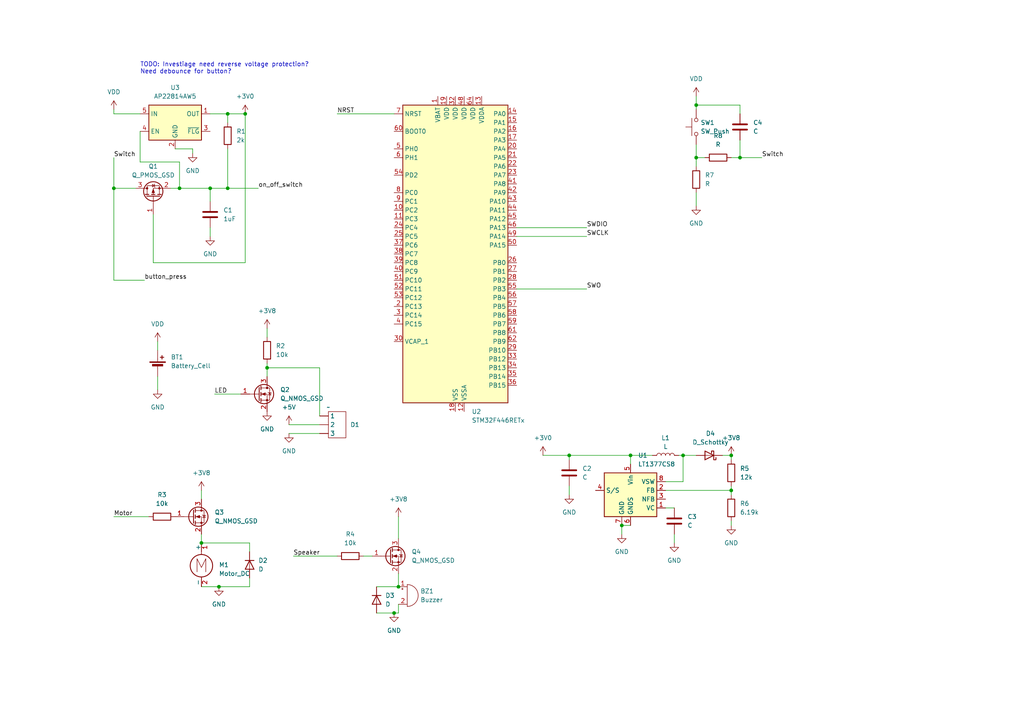
<source format=kicad_sch>
(kicad_sch (version 20230121) (generator eeschema)
  (paper "A4")
  (lib_symbols
    (symbol "Device:Battery_Cell" (pin_numbers hide) (pin_names (offset 0) hide)
      (property "Reference" "BT" (at 2.54 2.54 0))
      (property "Value" "Battery_Cell" (at 2.54 0 0))
      (symbol "Battery_Cell_0_1"
        (rectangle (start -2.286 1.778) (end 2.286 1.524) (fill (type outline)))
        (rectangle (start -1.524 1.016) (end 1.524 0.508) (fill (type outline)))
        (polyline (pts (xy 0 0.762) (xy 0 0)))
        (polyline (pts (xy 0 1.778) (xy 0 2.54)))
        (polyline (pts (xy 0.762 3.048) (xy 1.778 3.048)) (stroke (width 0.254)))
        (polyline (pts (xy 1.27 3.556) (xy 1.27 2.54)) (stroke (width 0.254)))
      )
      (symbol "Battery_Cell_1_1"
        (pin passive line (at 0 5.08 270) (length 2.54) (name "+") (number "1"))
        (pin passive line (at 0 -2.54 90) (length 2.54) (name "-") (number "2"))
      )
    )
    (symbol "Device:Buzzer" (pin_names (offset 0.0254) hide)
      (property "Reference" "BZ" (at 3.81 1.27 0))
      (property "Value" "Buzzer" (at 3.81 -1.27 0))
      (symbol "Buzzer_0_1"
        (arc (start 0 -3.175) (mid 3.1612 0) (end 0 3.175))
        (polyline (pts (xy -1.651 1.905) (xy -1.143 1.905)))
        (polyline (pts (xy -1.397 2.159) (xy -1.397 1.651)))
        (polyline (pts (xy 0 3.175) (xy 0 -3.175)))
      )
      (symbol "Buzzer_1_1"
        (pin passive line (at -2.54 2.54 0) (length 2.54) (name "-") (number "1"))
        (pin passive line (at -2.54 -2.54 0) (length 2.54) (name "+") (number "2"))
      )
    )
    (symbol "Device:C" (pin_numbers hide) (pin_names (offset 0.254))
      (property "Reference" "C" (at 0.635 2.54 0))
      (property "Value" "C" (at 0.635 -2.54 0))
      (symbol "C_0_1"
        (polyline (pts (xy -2.032 -0.762) (xy 2.032 -0.762)) (stroke (width 0.508)))
        (polyline (pts (xy -2.032 0.762) (xy 2.032 0.762)) (stroke (width 0.508)))
      )
      (symbol "C_1_1"
        (pin passive line (at 0 3.81 270) (length 2.794) (name "~") (number "1"))
        (pin passive line (at 0 -3.81 90) (length 2.794) (name "~") (number "2"))
      )
    )
    (symbol "Device:D" (pin_numbers hide) (pin_names (offset 1.016) hide)
      (property "Reference" "D" (at 0 2.54 0))
      (property "Value" "D" (at 0 -2.54 0))
      (symbol "D_0_1"
        (polyline (pts (xy -1.27 1.27) (xy -1.27 -1.27)) (stroke (width 0.254)))
        (polyline (pts (xy 1.27 0) (xy -1.27 0)))
        (polyline (pts (xy 1.27 1.27) (xy 1.27 -1.27) (xy -1.27 0) (xy 1.27 1.27)) (stroke (width 0.254)))
      )
      (symbol "D_1_1"
        (pin passive line (at -3.81 0 0) (length 2.54) (name "K") (number "1"))
        (pin passive line (at 3.81 0 180) (length 2.54) (name "A") (number "2"))
      )
    )
    (symbol "Device:D_Schottky" (pin_numbers hide) (pin_names (offset 1.016) hide)
      (property "Reference" "D" (at 0 2.54 0))
      (property "Value" "D_Schottky" (at 0 -2.54 0))
      (symbol "D_Schottky_0_1"
        (polyline (pts (xy 1.27 0) (xy -1.27 0)))
        (polyline (pts (xy 1.27 1.27) (xy 1.27 -1.27) (xy -1.27 0) (xy 1.27 1.27)) (stroke (width 0.254)))
        (polyline (pts (xy -1.905 0.635) (xy -1.905 1.27) (xy -1.27 1.27) (xy -1.27 -1.27) (xy -0.635 -1.27) (xy -0.635 -0.635)) (stroke (width 0.254)))
      )
      (symbol "D_Schottky_1_1"
        (pin passive line (at -3.81 0 0) (length 2.54) (name "K") (number "1"))
        (pin passive line (at 3.81 0 180) (length 2.54) (name "A") (number "2"))
      )
    )
    (symbol "Device:L" (pin_numbers hide) (pin_names (offset 1.016) hide)
      (property "Reference" "L" (at -1.27 0 90))
      (property "Value" "L" (at 1.905 0 90))
      (symbol "L_0_1"
        (arc (start 0 -2.54) (mid 0.6323 -1.905) (end 0 -1.27))
        (arc (start 0 -1.27) (mid 0.6323 -0.635) (end 0 0))
        (arc (start 0 0) (mid 0.6323 0.635) (end 0 1.27))
        (arc (start 0 1.27) (mid 0.6323 1.905) (end 0 2.54))
      )
      (symbol "L_1_1"
        (pin passive line (at 0 3.81 270) (length 1.27) (name "1") (number "1"))
        (pin passive line (at 0 -3.81 90) (length 1.27) (name "2") (number "2"))
      )
    )
    (symbol "Device:Q_NMOS_GSD" (pin_names (offset 0) hide)
      (property "Reference" "Q" (at 5.08 1.27 0))
      (property "Value" "Q_NMOS_GSD" (at 5.08 -1.27 0))
      (symbol "Q_NMOS_GSD_0_1"
        (polyline (pts (xy 0.254 0) (xy -2.54 0)))
        (polyline (pts (xy 0.254 1.905) (xy 0.254 -1.905)) (stroke (width 0.254)))
        (polyline (pts (xy 0.762 -1.27) (xy 0.762 -2.286)) (stroke (width 0.254)))
        (polyline (pts (xy 0.762 0.508) (xy 0.762 -0.508)) (stroke (width 0.254)))
        (polyline (pts (xy 0.762 2.286) (xy 0.762 1.27)) (stroke (width 0.254)))
        (polyline (pts (xy 2.54 2.54) (xy 2.54 1.778)))
        (polyline (pts (xy 2.54 -2.54) (xy 2.54 0) (xy 0.762 0)))
        (polyline (pts (xy 0.762 -1.778) (xy 3.302 -1.778) (xy 3.302 1.778) (xy 0.762 1.778)))
        (polyline (pts (xy 1.016 0) (xy 2.032 0.381) (xy 2.032 -0.381) (xy 1.016 0)) (fill (type outline)))
        (polyline (pts (xy 2.794 0.508) (xy 2.921 0.381) (xy 3.683 0.381) (xy 3.81 0.254)))
        (polyline (pts (xy 3.302 0.381) (xy 2.921 -0.254) (xy 3.683 -0.254) (xy 3.302 0.381)))
        (circle (center 1.651 0) (radius 2.794) (stroke (width 0.254)))
        (circle (center 2.54 -1.778) (radius 0.254) (fill (type outline)))
        (circle (center 2.54 1.778) (radius 0.254) (fill (type outline)))
      )
      (symbol "Q_NMOS_GSD_1_1"
        (pin input line (at -5.08 0 0) (length 2.54) (name "G") (number "1"))
        (pin passive line (at 2.54 -5.08 90) (length 2.54) (name "S") (number "2"))
        (pin passive line (at 2.54 5.08 270) (length 2.54) (name "D") (number "3"))
      )
    )
    (symbol "Device:Q_PMOS_GSD" (pin_names (offset 0) hide)
      (property "Reference" "Q" (at 5.08 1.27 0))
      (property "Value" "Q_PMOS_GSD" (at 5.08 -1.27 0))
      (symbol "Q_PMOS_GSD_0_1"
        (polyline (pts (xy 0.254 0) (xy -2.54 0)))
        (polyline (pts (xy 0.254 1.905) (xy 0.254 -1.905)) (stroke (width 0.254)))
        (polyline (pts (xy 0.762 -1.27) (xy 0.762 -2.286)) (stroke (width 0.254)))
        (polyline (pts (xy 0.762 0.508) (xy 0.762 -0.508)) (stroke (width 0.254)))
        (polyline (pts (xy 0.762 2.286) (xy 0.762 1.27)) (stroke (width 0.254)))
        (polyline (pts (xy 2.54 2.54) (xy 2.54 1.778)))
        (polyline (pts (xy 2.54 -2.54) (xy 2.54 0) (xy 0.762 0)))
        (polyline (pts (xy 0.762 1.778) (xy 3.302 1.778) (xy 3.302 -1.778) (xy 0.762 -1.778)))
        (polyline (pts (xy 2.286 0) (xy 1.27 0.381) (xy 1.27 -0.381) (xy 2.286 0)) (fill (type outline)))
        (polyline (pts (xy 2.794 -0.508) (xy 2.921 -0.381) (xy 3.683 -0.381) (xy 3.81 -0.254)))
        (polyline (pts (xy 3.302 -0.381) (xy 2.921 0.254) (xy 3.683 0.254) (xy 3.302 -0.381)))
        (circle (center 1.651 0) (radius 2.794) (stroke (width 0.254)))
        (circle (center 2.54 -1.778) (radius 0.254) (fill (type outline)))
        (circle (center 2.54 1.778) (radius 0.254) (fill (type outline)))
      )
      (symbol "Q_PMOS_GSD_1_1"
        (pin input line (at -5.08 0 0) (length 2.54) (name "G") (number "1"))
        (pin passive line (at 2.54 -5.08 90) (length 2.54) (name "S") (number "2"))
        (pin passive line (at 2.54 5.08 270) (length 2.54) (name "D") (number "3"))
      )
    )
    (symbol "Device:R" (pin_numbers hide) (pin_names (offset 0))
      (property "Reference" "R" (at 2.032 0 90))
      (property "Value" "R" (at 0 0 90))
      (symbol "R_0_1"
        (rectangle (start -1.016 -2.54) (end 1.016 2.54) (stroke (width 0.254)))
      )
      (symbol "R_1_1"
        (pin passive line (at 0 3.81 270) (length 1.27) (name "~") (number "1"))
        (pin passive line (at 0 -3.81 90) (length 1.27) (name "~") (number "2"))
      )
    )
    (symbol "LED:Neopixel_JST"
      (property "Reference" "D" (at 0 0 0))
      (symbol "Neopixel_JST_0_1"
        (rectangle (start 0 -1.27) (end 5.08 -8.89))
      )
      (symbol "Neopixel_JST_1_1"
        (pin input line (at -2.54 -2.54 0) (length 2.54) (name "1") (number ""))
        (pin power_in line (at -2.54 -5.08 0) (length 2.54) (name "2") (number ""))
        (pin power_in line (at -2.54 -7.62 0) (length 2.54) (name "3") (number ""))
      )
    )
    (symbol "MCU_ST_STM32F4:STM32F446RETx"
      (property "Reference" "U" (at -15.24 44.45 0))
      (property "Value" "STM32F446RETx" (at 10.16 44.45 0))
      (symbol "STM32F446RETx_0_1"
        (rectangle (start -15.24 -43.18) (end 15.24 43.18) (stroke (width 0.254)) (fill (type background)))
      )
      (symbol "STM32F446RETx_1_1"
        (pin power_in line (at -5.08 45.72 270) (length 2.54) (name "VBAT") (number "1"))
        (pin bidirectional line (at -17.78 12.7 0) (length 2.54) (name "PC2") (number "10"))
        (pin bidirectional line (at -17.78 10.16 0) (length 2.54) (name "PC3") (number "11"))
        (pin power_in line (at 2.54 -45.72 90) (length 2.54) (name "VSSA") (number "12"))
        (pin power_in line (at 7.62 45.72 270) (length 2.54) (name "VDDA") (number "13"))
        (pin bidirectional line (at 17.78 40.64 180) (length 2.54) (name "PA0") (number "14"))
        (pin bidirectional line (at 17.78 38.1 180) (length 2.54) (name "PA1") (number "15"))
        (pin bidirectional line (at 17.78 35.56 180) (length 2.54) (name "PA2") (number "16"))
        (pin bidirectional line (at 17.78 33.02 180) (length 2.54) (name "PA3") (number "17"))
        (pin power_in line (at 0 -45.72 90) (length 2.54) (name "VSS") (number "18"))
        (pin power_in line (at -2.54 45.72 270) (length 2.54) (name "VDD") (number "19"))
        (pin bidirectional line (at -17.78 -15.24 0) (length 2.54) (name "PC13") (number "2"))
        (pin bidirectional line (at 17.78 30.48 180) (length 2.54) (name "PA4") (number "20"))
        (pin bidirectional line (at 17.78 27.94 180) (length 2.54) (name "PA5") (number "21"))
        (pin bidirectional line (at 17.78 25.4 180) (length 2.54) (name "PA6") (number "22"))
        (pin bidirectional line (at 17.78 22.86 180) (length 2.54) (name "PA7") (number "23"))
        (pin bidirectional line (at -17.78 7.62 0) (length 2.54) (name "PC4") (number "24"))
        (pin bidirectional line (at -17.78 5.08 0) (length 2.54) (name "PC5") (number "25"))
        (pin bidirectional line (at 17.78 -2.54 180) (length 2.54) (name "PB0") (number "26"))
        (pin bidirectional line (at 17.78 -5.08 180) (length 2.54) (name "PB1") (number "27"))
        (pin bidirectional line (at 17.78 -7.62 180) (length 2.54) (name "PB2") (number "28"))
        (pin bidirectional line (at 17.78 -27.94 180) (length 2.54) (name "PB10") (number "29"))
        (pin bidirectional line (at -17.78 -17.78 0) (length 2.54) (name "PC14") (number "3"))
        (pin power_out line (at -17.78 -25.4 0) (length 2.54) (name "VCAP_1") (number "30"))
        (pin passive line (at 0 -45.72 90) (length 2.54) hide (name "VSS") (number "31"))
        (pin power_in line (at 0 45.72 270) (length 2.54) (name "VDD") (number "32"))
        (pin bidirectional line (at 17.78 -30.48 180) (length 2.54) (name "PB12") (number "33"))
        (pin bidirectional line (at 17.78 -33.02 180) (length 2.54) (name "PB13") (number "34"))
        (pin bidirectional line (at 17.78 -35.56 180) (length 2.54) (name "PB14") (number "35"))
        (pin bidirectional line (at 17.78 -38.1 180) (length 2.54) (name "PB15") (number "36"))
        (pin bidirectional line (at -17.78 2.54 0) (length 2.54) (name "PC6") (number "37"))
        (pin bidirectional line (at -17.78 0 0) (length 2.54) (name "PC7") (number "38"))
        (pin bidirectional line (at -17.78 -2.54 0) (length 2.54) (name "PC8") (number "39"))
        (pin bidirectional line (at -17.78 -20.32 0) (length 2.54) (name "PC15") (number "4"))
        (pin bidirectional line (at -17.78 -5.08 0) (length 2.54) (name "PC9") (number "40"))
        (pin bidirectional line (at 17.78 20.32 180) (length 2.54) (name "PA8") (number "41"))
        (pin bidirectional line (at 17.78 17.78 180) (length 2.54) (name "PA9") (number "42"))
        (pin bidirectional line (at 17.78 15.24 180) (length 2.54) (name "PA10") (number "43"))
        (pin bidirectional line (at 17.78 12.7 180) (length 2.54) (name "PA11") (number "44"))
        (pin bidirectional line (at 17.78 10.16 180) (length 2.54) (name "PA12") (number "45"))
        (pin bidirectional line (at 17.78 7.62 180) (length 2.54) (name "PA13") (number "46"))
        (pin passive line (at 0 -45.72 90) (length 2.54) hide (name "VSS") (number "47"))
        (pin power_in line (at 2.54 45.72 270) (length 2.54) (name "VDD") (number "48"))
        (pin bidirectional line (at 17.78 5.08 180) (length 2.54) (name "PA14") (number "49"))
        (pin bidirectional line (at -17.78 30.48 0) (length 2.54) (name "PH0") (number "5"))
        (pin bidirectional line (at 17.78 2.54 180) (length 2.54) (name "PA15") (number "50"))
        (pin bidirectional line (at -17.78 -7.62 0) (length 2.54) (name "PC10") (number "51"))
        (pin bidirectional line (at -17.78 -10.16 0) (length 2.54) (name "PC11") (number "52"))
        (pin bidirectional line (at -17.78 -12.7 0) (length 2.54) (name "PC12") (number "53"))
        (pin bidirectional line (at -17.78 22.86 0) (length 2.54) (name "PD2") (number "54"))
        (pin bidirectional line (at 17.78 -10.16 180) (length 2.54) (name "PB3") (number "55"))
        (pin bidirectional line (at 17.78 -12.7 180) (length 2.54) (name "PB4") (number "56"))
        (pin bidirectional line (at 17.78 -15.24 180) (length 2.54) (name "PB5") (number "57"))
        (pin bidirectional line (at 17.78 -17.78 180) (length 2.54) (name "PB6") (number "58"))
        (pin bidirectional line (at 17.78 -20.32 180) (length 2.54) (name "PB7") (number "59"))
        (pin bidirectional line (at -17.78 27.94 0) (length 2.54) (name "PH1") (number "6"))
        (pin input line (at -17.78 35.56 0) (length 2.54) (name "BOOT0") (number "60"))
        (pin bidirectional line (at 17.78 -22.86 180) (length 2.54) (name "PB8") (number "61"))
        (pin bidirectional line (at 17.78 -25.4 180) (length 2.54) (name "PB9") (number "62"))
        (pin passive line (at 0 -45.72 90) (length 2.54) hide (name "VSS") (number "63"))
        (pin power_in line (at 5.08 45.72 270) (length 2.54) (name "VDD") (number "64"))
        (pin input line (at -17.78 40.64 0) (length 2.54) (name "NRST") (number "7"))
        (pin bidirectional line (at -17.78 17.78 0) (length 2.54) (name "PC0") (number "8"))
        (pin bidirectional line (at -17.78 15.24 0) (length 2.54) (name "PC1") (number "9"))
      )
    )
    (symbol "Motor:Motor_DC" (pin_names (offset 0))
      (property "Reference" "M" (at 2.54 2.54 0))
      (property "Value" "Motor_DC" (at 2.54 -5.08 0))
      (symbol "Motor_DC_0_0"
        (polyline (pts (xy -1.27 -3.302) (xy -1.27 0.508) (xy 0 -2.032) (xy 1.27 0.508) (xy 1.27 -3.302)))
      )
      (symbol "Motor_DC_0_1"
        (circle (center 0 -1.524) (radius 3.2512) (stroke (width 0.254)))
        (polyline (pts (xy 0 -7.62) (xy 0 -7.112)))
        (polyline (pts (xy 0 -4.7752) (xy 0 -5.1816)))
        (polyline (pts (xy 0 1.7272) (xy 0 2.0828)))
        (polyline (pts (xy 0 2.032) (xy 0 2.54)))
      )
      (symbol "Motor_DC_1_1"
        (pin passive line (at 0 5.08 270) (length 2.54) (name "+") (number "1"))
        (pin passive line (at 0 -7.62 90) (length 2.54) (name "-") (number "2"))
      )
    )
    (symbol "Power_Management:AP22814AW5"
      (property "Reference" "U" (at -7.62 -6.35 0))
      (property "Value" "AP22814AW5" (at -7.62 6.35 0))
      (symbol "AP22814AW5_0_1"
        (rectangle (start -7.62 5.08) (end 7.62 -5.08) (stroke (width 0.254)) (fill (type background)))
      )
      (symbol "AP22814AW5_1_1"
        (pin power_out line (at 10.16 2.54 180) (length 2.54) (name "OUT") (number "1"))
        (pin power_in line (at 0 -7.62 90) (length 2.54) (name "GND") (number "2"))
        (pin open_collector line (at 10.16 -2.54 180) (length 2.54) (name "~{FLG}") (number "3"))
        (pin input line (at -10.16 -2.54 0) (length 2.54) (name "EN") (number "4"))
        (pin power_in line (at -10.16 2.54 0) (length 2.54) (name "IN") (number "5"))
      )
    )
    (symbol "Regulator_Switching:LT1377CS8"
      (property "Reference" "U" (at -6.35 8.89 0))
      (property "Value" "LT1377CS8" (at 1.27 8.89 0))
      (symbol "LT1377CS8_0_1"
        (rectangle (start -7.62 7.62) (end 7.62 -5.08) (stroke (width 0.254)) (fill (type background)))
      )
      (symbol "LT1377CS8_1_1"
        (pin passive line (at 10.16 -2.54 180) (length 2.54) (name "VC") (number "1"))
        (pin passive line (at 10.16 2.54 180) (length 2.54) (name "FB") (number "2"))
        (pin input line (at 10.16 0 180) (length 2.54) (name "NFB") (number "3"))
        (pin input line (at -10.16 2.54 0) (length 2.54) (name "S/S") (number "4"))
        (pin power_in line (at 0 10.16 270) (length 2.54) (name "Vin") (number "5"))
        (pin power_in line (at 0 -7.62 90) (length 2.54) (name "GNDS") (number "6"))
        (pin power_in line (at -2.54 -7.62 90) (length 2.54) (name "GND") (number "7"))
        (pin output line (at 10.16 5.08 180) (length 2.54) (name "VSW") (number "8"))
      )
    )
    (symbol "Switch:SW_Push" (pin_numbers hide) (pin_names (offset 1.016) hide)
      (property "Reference" "SW" (at 1.27 2.54 0))
      (property "Value" "SW_Push" (at 0 -1.524 0))
      (symbol "SW_Push_0_1"
        (circle (center -2.032 0) (radius 0.508))
        (polyline (pts (xy 0 1.27) (xy 0 3.048)))
        (polyline (pts (xy 2.54 1.27) (xy -2.54 1.27)))
        (circle (center 2.032 0) (radius 0.508))
        (pin passive line (at -5.08 0 0) (length 2.54) (name "1") (number "1"))
        (pin passive line (at 5.08 0 180) (length 2.54) (name "2") (number "2"))
      )
    )
    (symbol "power:+3V0" (power) (pin_names (offset 0))
      (property "Value" "+3V0" (at 0 3.556 0))
      (symbol "+3V0_0_1"
        (polyline (pts (xy -0.762 1.27) (xy 0 2.54)))
        (polyline (pts (xy 0 0) (xy 0 2.54)))
        (polyline (pts (xy 0 2.54) (xy 0.762 1.27)))
      )
      (symbol "+3V0_1_1"
        (pin power_in line (at 0 0 90) (length 0) hide (name "+3V0") (number "1"))
      )
    )
    (symbol "power:+3V8" (power) (pin_names (offset 0))
      (property "Value" "+3V8" (at 0 3.556 0))
      (symbol "+3V8_0_1"
        (polyline (pts (xy -0.762 1.27) (xy 0 2.54)))
        (polyline (pts (xy 0 0) (xy 0 2.54)))
        (polyline (pts (xy 0 2.54) (xy 0.762 1.27)))
      )
      (symbol "+3V8_1_1"
        (pin power_in line (at 0 0 90) (length 0) hide (name "+3V8") (number "1"))
      )
    )
    (symbol "power:+5V" (power) (pin_names (offset 0))
      (property "Value" "+5V" (at 0 3.556 0))
      (symbol "+5V_0_1"
        (polyline (pts (xy -0.762 1.27) (xy 0 2.54)))
        (polyline (pts (xy 0 0) (xy 0 2.54)))
        (polyline (pts (xy 0 2.54) (xy 0.762 1.27)))
      )
      (symbol "+5V_1_1"
        (pin power_in line (at 0 0 90) (length 0) hide (name "+5V") (number "1"))
      )
    )
    (symbol "power:GND" (power) (pin_names (offset 0))
      (property "Value" "GND" (at 0 -3.81 0))
      (symbol "GND_0_1"
        (polyline (pts (xy 0 0) (xy 0 -1.27) (xy 1.27 -1.27) (xy 0 -2.54) (xy -1.27 -1.27) (xy 0 -1.27)))
      )
      (symbol "GND_1_1"
        (pin power_in line (at 0 0 270) (length 0) hide (name "GND") (number "1"))
      )
    )
    (symbol "power:VDD" (power) (pin_names (offset 0))
      (property "Value" "VDD" (at 0 3.81 0))
      (symbol "VDD_0_1"
        (polyline (pts (xy -0.762 1.27) (xy 0 2.54)))
        (polyline (pts (xy 0 0) (xy 0 2.54)))
        (polyline (pts (xy 0 2.54) (xy 0.762 1.27)))
      )
      (symbol "VDD_1_1"
        (pin power_in line (at 0 0 90) (length 0) hide (name "VDD") (number "1"))
      )
    )
  )
  (junction (at 212.09 132.08))
  (junction (at 58.42 157.48))
  (junction (at 33.02 54.61))
  (junction (at 198.12 132.08))
  (junction (at 165.1 132.08))
  (junction (at 77.47 106.68))
  (junction (at 52.07 54.61))
  (junction (at 71.12 33.02))
  (junction (at 114.3 177.8))
  (junction (at 115.57 170.18))
  (junction (at 66.04 54.61))
  (junction (at 180.34 152.4))
  (junction (at 182.88 132.08))
  (junction (at 63.5 170.18))
  (junction (at 66.04 33.02))
  (junction (at 212.09 142.24))
  (junction (at 60.96 54.61))
  (junction (at 201.93 45.72))
  (junction (at 201.93 30.48))
  (junction (at 214.63 45.72))
  (wire (pts (xy 182.88 132.08) (xy 165.1 132.08)))
  (wire (pts (xy 40.64 38.1) (xy 40.64 46.99)))
  (wire (pts (xy 115.57 166.37) (xy 115.57 170.18)))
  (wire (pts (xy 77.47 106.68) (xy 92.71 106.68)))
  (wire (pts (xy 212.09 142.24) (xy 212.09 143.51)))
  (wire (pts (xy 60.96 58.42) (xy 60.96 54.61)))
  (wire (pts (xy 157.48 132.08) (xy 165.1 132.08)))
  (wire (pts (xy 60.96 68.58) (xy 60.96 66.04)))
  (wire (pts (xy 33.02 54.61) (xy 39.37 54.61)))
  (wire (pts (xy 44.45 76.2) (xy 71.12 76.2)))
  (wire (pts (xy 198.12 132.08) (xy 201.93 132.08)))
  (wire (pts (xy 182.88 132.08) (xy 182.88 134.62)))
  (wire (pts (xy 180.34 152.4) (xy 182.88 152.4)))
  (wire (pts (xy 92.71 106.68) (xy 92.71 120.65)))
  (wire (pts (xy 33.02 149.86) (xy 43.18 149.86)))
  (wire (pts (xy 45.72 99.06) (xy 45.72 101.6)))
  (wire (pts (xy 149.86 68.58) (xy 170.18 68.58)))
  (wire (pts (xy 212.09 45.72) (xy 214.63 45.72)))
  (wire (pts (xy 212.09 152.4) (xy 212.09 151.13)))
  (wire (pts (xy 105.41 161.29) (xy 107.95 161.29)))
  (wire (pts (xy 77.47 97.79) (xy 77.47 95.25)))
  (wire (pts (xy 198.12 139.7) (xy 198.12 132.08)))
  (wire (pts (xy 115.57 149.86) (xy 115.57 156.21)))
  (wire (pts (xy 63.5 170.18) (xy 58.42 170.18)))
  (wire (pts (xy 195.58 157.48) (xy 195.58 154.94)))
  (wire (pts (xy 212.09 132.08) (xy 209.55 132.08)))
  (wire (pts (xy 62.23 114.3) (xy 69.85 114.3)))
  (wire (pts (xy 66.04 54.61) (xy 74.93 54.61)))
  (wire (pts (xy 214.63 30.48) (xy 201.93 30.48)))
  (wire (pts (xy 72.39 170.18) (xy 63.5 170.18)))
  (wire (pts (xy 71.12 33.02) (xy 66.04 33.02)))
  (wire (pts (xy 193.04 142.24) (xy 212.09 142.24)))
  (wire (pts (xy 214.63 33.02) (xy 214.63 30.48)))
  (wire (pts (xy 201.93 41.91) (xy 201.93 45.72)))
  (wire (pts (xy 180.34 154.94) (xy 180.34 152.4)))
  (wire (pts (xy 109.22 170.18) (xy 115.57 170.18)))
  (wire (pts (xy 33.02 54.61) (xy 33.02 81.28)))
  (wire (pts (xy 45.72 113.03) (xy 45.72 109.22)))
  (wire (pts (xy 195.58 147.32) (xy 193.04 147.32)))
  (wire (pts (xy 33.02 33.02) (xy 40.64 33.02)))
  (wire (pts (xy 40.64 46.99) (xy 52.07 46.99)))
  (wire (pts (xy 115.57 177.8) (xy 115.57 175.26)))
  (wire (pts (xy 201.93 45.72) (xy 201.93 48.26)))
  (wire (pts (xy 189.23 132.08) (xy 182.88 132.08)))
  (wire (pts (xy 66.04 43.18) (xy 66.04 54.61)))
  (wire (pts (xy 60.96 33.02) (xy 66.04 33.02)))
  (wire (pts (xy 201.93 30.48) (xy 201.93 31.75)))
  (wire (pts (xy 33.02 81.28) (xy 41.91 81.28)))
  (wire (pts (xy 193.04 139.7) (xy 198.12 139.7)))
  (wire (pts (xy 58.42 157.48) (xy 58.42 154.94)))
  (wire (pts (xy 55.88 43.18) (xy 50.8 43.18)))
  (wire (pts (xy 33.02 45.72) (xy 33.02 54.61)))
  (wire (pts (xy 214.63 45.72) (xy 214.63 40.64)))
  (wire (pts (xy 198.12 132.08) (xy 196.85 132.08)))
  (wire (pts (xy 109.22 177.8) (xy 114.3 177.8)))
  (wire (pts (xy 201.93 59.69) (xy 201.93 55.88)))
  (wire (pts (xy 212.09 140.97) (xy 212.09 142.24)))
  (wire (pts (xy 77.47 105.41) (xy 77.47 106.68)))
  (wire (pts (xy 165.1 143.51) (xy 165.1 140.97)))
  (wire (pts (xy 44.45 62.23) (xy 44.45 76.2)))
  (wire (pts (xy 212.09 133.35) (xy 212.09 132.08)))
  (wire (pts (xy 149.86 66.04) (xy 170.18 66.04)))
  (wire (pts (xy 83.82 125.73) (xy 92.71 125.73)))
  (wire (pts (xy 85.09 161.29) (xy 97.79 161.29)))
  (wire (pts (xy 77.47 106.68) (xy 77.47 109.22)))
  (wire (pts (xy 201.93 45.72) (xy 204.47 45.72)))
  (wire (pts (xy 49.53 54.61) (xy 52.07 54.61)))
  (wire (pts (xy 114.3 177.8) (xy 115.57 177.8)))
  (wire (pts (xy 97.79 33.02) (xy 114.3 33.02)))
  (wire (pts (xy 165.1 132.08) (xy 165.1 133.35)))
  (wire (pts (xy 149.86 83.82) (xy 170.18 83.82)))
  (wire (pts (xy 71.12 76.2) (xy 71.12 33.02)))
  (wire (pts (xy 33.02 33.02) (xy 33.02 31.75)))
  (wire (pts (xy 58.42 142.24) (xy 58.42 144.78)))
  (wire (pts (xy 55.88 44.45) (xy 55.88 43.18)))
  (wire (pts (xy 214.63 45.72) (xy 220.98 45.72)))
  (wire (pts (xy 52.07 54.61) (xy 60.96 54.61)))
  (wire (pts (xy 66.04 54.61) (xy 60.96 54.61)))
  (wire (pts (xy 201.93 27.94) (xy 201.93 30.48)))
  (wire (pts (xy 52.07 46.99) (xy 52.07 54.61)))
  (wire (pts (xy 66.04 33.02) (xy 66.04 35.56)))
  (wire (pts (xy 72.39 160.02) (xy 72.39 157.48)))
  (wire (pts (xy 83.82 123.19) (xy 92.71 123.19)))
  (wire (pts (xy 72.39 167.64) (xy 72.39 170.18)))
  (wire (pts (xy 72.39 157.48) (xy 58.42 157.48)))
  (text "TODO: Investiage need reverse voltage protection?\nNeed debounce for button?" (at 40.64 21.59 0) (effects (font (size 1.27 1.27)) (justify left bottom)))
  (label "NRST" (at 97.79 33.02 0))
  (label "SWCLK" (at 170.18 68.58 0))
  (label "LED" (at 62.23 114.3 0))
  (label "SWO" (at 170.18 83.82 0))
  (label "Motor" (at 33.02 149.86 0))
  (label "button_press" (at 41.91 81.28 0))
  (label "Switch" (at 33.02 45.72 0))
  (label "Switch" (at 220.98 45.72 0))
  (label "SWDIO" (at 170.18 66.04 0))
  (label "Speaker" (at 85.09 161.29 0))
  (label "on_off_switch" (at 74.93 54.61 0))
  (symbol (lib_id "power:GND") (at 195.58 157.48 0) (unit 1)
    (property "Reference" "#PWR017" (effects hide))
    (property "Value" "GND" (at 195.58 162.56 0))
  )
  (symbol (lib_id "Device:Q_PMOS_GSD") (at 44.45 57.15 90) (unit 1)
    (property "Reference" "Q1" (at 44.45 48.26 90))
    (property "Value" "Q_PMOS_GSD" (at 44.45 50.8 90))
  )
  (symbol (lib_id "power:VDD") (at 201.93 27.94 0) (unit 1)
    (property "Reference" "#PWR021" (effects hide))
    (property "Value" "VDD" (at 201.93 22.86 0))
  )
  (symbol (lib_id "Device:R") (at 101.6 161.29 90) (unit 1)
    (property "Reference" "R4" (at 101.6 154.94 90))
    (property "Value" "10k" (at 101.6 157.48 90))
  )
  (symbol (lib_id "Device:C") (at 60.96 62.23 0) (unit 1)
    (property "Reference" "C1" (at 64.77 60.96 0) (effects (justify left)))
    (property "Value" "1uF" (at 64.77 63.5 0) (effects (justify left)))
  )
  (symbol (lib_id "Device:C") (at 214.63 36.83 0) (unit 1)
    (property "Reference" "C4" (at 218.44 35.56 0) (effects (justify left)))
    (property "Value" "C" (at 218.44 38.1 0) (effects (justify left)))
  )
  (symbol (lib_id "Device:C") (at 165.1 137.16 0) (unit 1)
    (property "Reference" "C2" (at 168.91 135.89 0) (effects (justify left)))
    (property "Value" "C" (at 168.91 138.43 0) (effects (justify left)))
  )
  (symbol (lib_id "Device:R") (at 212.09 147.32 0) (unit 1)
    (property "Reference" "R6" (at 214.63 146.05 0) (effects (justify left)))
    (property "Value" "6.19k" (at 214.63 148.59 0) (effects (justify left)))
  )
  (symbol (lib_id "Device:D") (at 109.22 173.99 270) (unit 1)
    (property "Reference" "D3" (at 111.76 172.72 90) (effects (justify left)))
    (property "Value" "D" (at 111.76 175.26 90) (effects (justify left)))
    (property "Sim.Device" "D" (effects hide))
    (property "Sim.Pins" "1=K 2=A" (effects hide))
  )
  (symbol (lib_id "Switch:SW_Push") (at 201.93 36.83 90) (unit 1)
    (property "Reference" "SW1" (at 203.2 35.56 90) (effects (justify right)))
    (property "Value" "SW_Push" (at 203.2 38.1 90) (effects (justify right)))
  )
  (symbol (lib_id "Device:R") (at 77.47 101.6 0) (unit 1)
    (property "Reference" "R2" (at 80.01 100.33 0) (effects (justify left)))
    (property "Value" "10k" (at 80.01 102.87 0) (effects (justify left)))
  )
  (symbol (lib_id "MCU_ST_STM32F4:STM32F446RETx") (at 132.08 73.66 0) (unit 1)
    (property "Reference" "U2" (at 136.8141 119.38 0) (effects (justify left)))
    (property "Value" "STM32F446RETx" (at 136.8141 121.92 0) (effects (justify left)))
    (property "Footprint" "Package_QFP:LQFP-64_10x10mm_P0.5mm" (effects hide))
    (property "Datasheet" "https://www.st.com/resource/en/datasheet/stm32f446re.pdf" (effects hide))
  )
  (symbol (lib_id "power:+3V8") (at 77.47 95.25 0) (unit 1)
    (property "Reference" "#PWR06" (effects hide))
    (property "Value" "+3V8" (at 77.47 90.17 0))
  )
  (symbol (lib_id "power:+3V0") (at 71.12 33.02 0) (unit 1)
    (property "Reference" "#PWR05" (effects hide))
    (property "Value" "+3V0" (at 71.12 27.94 0))
  )
  (symbol (lib_id "Power_Management:AP22814AW5") (at 50.8 35.56 0) (unit 1)
    (property "Reference" "U3" (at 50.8 25.4 0))
    (property "Value" "AP22814AW5" (at 50.8 27.94 0))
    (property "Footprint" "Package_TO_SOT_SMD:SOT-23-5" (effects hide))
    (property "Datasheet" "https://www.diodes.com/assets/Datasheets/AP22804_14.pdf" (effects hide))
  )
  (symbol (lib_id "power:GND") (at 55.88 44.45 0) (unit 1)
    (property "Reference" "#PWR01" (effects hide))
    (property "Value" "GND" (at 55.88 49.53 0))
  )
  (symbol (lib_id "Motor:Motor_DC") (at 58.42 162.56 0) (unit 1)
    (property "Reference" "M1" (at 63.5 163.83 0) (effects (justify left)))
    (property "Value" "Motor_DC" (at 63.5 166.37 0) (effects (justify left)))
  )
  (symbol (lib_id "power:GND") (at 165.1 143.51 0) (unit 1)
    (property "Reference" "#PWR019" (effects hide))
    (property "Value" "GND" (at 165.1 148.59 0))
  )
  (symbol (lib_id "Device:R") (at 208.28 45.72 90) (unit 1)
    (property "Reference" "R8" (at 208.28 39.37 90))
    (property "Value" "R" (at 208.28 41.91 90))
  )
  (symbol (lib_id "Device:Q_NMOS_GSD") (at 55.88 149.86 0) (unit 1)
    (property "Reference" "Q3" (at 62.23 148.59 0) (effects (justify left)))
    (property "Value" "Q_NMOS_GSD" (at 62.23 151.13 0) (effects (justify left)))
    (property "Footprint" "Package_TO_SOT_SMD:SOT-23-3" (effects hide))
  )
  (symbol (lib_id "power:GND") (at 63.5 170.18 0) (unit 1)
    (property "Reference" "#PWR010" (effects hide))
    (property "Value" "GND" (at 63.5 175.26 0))
  )
  (symbol (lib_id "Device:L") (at 193.04 132.08 90) (unit 1)
    (property "Reference" "L1" (at 193.04 127 90))
    (property "Value" "L" (at 193.04 129.54 90))
  )
  (symbol (lib_id "power:+3V8") (at 58.42 142.24 0) (unit 1)
    (property "Reference" "#PWR011" (effects hide))
    (property "Value" "+3V8" (at 58.42 137.16 0))
  )
  (symbol (lib_id "Device:D_Schottky") (at 205.74 132.08 180) (unit 1)
    (property "Reference" "D4" (at 206.0575 125.73 0))
    (property "Value" "D_Schottky" (at 206.0575 128.27 0))
  )
  (symbol (lib_id "power:GND") (at 212.09 152.4 0) (unit 1)
    (property "Reference" "#PWR016" (effects hide))
    (property "Value" "GND" (at 212.09 157.48 0))
  )
  (symbol (lib_id "power:GND") (at 201.93 59.69 0) (unit 1)
    (property "Reference" "#PWR022" (effects hide))
    (property "Value" "GND" (at 201.93 64.77 0))
  )
  (symbol (lib_id "Device:Battery_Cell") (at 45.72 106.68 0) (unit 1)
    (property "Reference" "BT1" (at 49.53 103.5685 0) (effects (justify left)))
    (property "Value" "Battery_Cell" (at 49.53 106.1085 0) (effects (justify left)))
  )
  (symbol (lib_id "Device:R") (at 66.04 39.37 0) (unit 1)
    (property "Reference" "R1" (at 68.58 38.1 0) (effects (justify left)))
    (property "Value" "2k" (at 68.58 40.64 0) (effects (justify left)))
  )
  (symbol (lib_id "power:VDD") (at 45.72 99.06 0) (unit 1)
    (property "Reference" "#PWR015" (effects hide))
    (property "Value" "VDD" (at 45.72 93.98 0))
  )
  (symbol (lib_id "Regulator_Switching:LT1377CS8") (at 182.88 144.78 0) (unit 1)
    (property "Reference" "U1" (at 185.0741 132.08 0) (effects (justify left)))
    (property "Value" "LT1377CS8" (at 185.0741 134.62 0) (effects (justify left)))
    (property "Footprint" "Package_SO:SOIC-8_3.9x4.9mm_P1.27mm" (effects hide))
    (property "Datasheet" "https://www.analog.com/media/en/technical-documentation/data-sheets/13727fbs.pdf" (effects hide))
  )
  (symbol (lib_id "LED:Neopixel_JST") (at 95.25 118.11 0) (unit 1)
    (property "Reference" "D1" (at 101.6 123.19 0) (effects (justify left)))
    (property "Value" "~" (at 95.25 118.11 0))
    (property "Footprint" "Connector_JST:JST_XH_B3B-XH-A_1x03_P2.50mm_Vertical" (effects hide))
  )
  (symbol (lib_id "power:+5V") (at 83.82 123.19 0) (unit 1)
    (property "Reference" "#PWR07" (effects hide))
    (property "Value" "+5V" (at 83.82 118.11 0))
  )
  (symbol (lib_id "power:GND") (at 114.3 177.8 0) (unit 1)
    (property "Reference" "#PWR013" (effects hide))
    (property "Value" "GND" (at 114.3 182.88 0))
  )
  (symbol (lib_id "power:GND") (at 77.47 119.38 0) (unit 1)
    (property "Reference" "#PWR09" (effects hide))
    (property "Value" "GND" (at 77.47 124.46 0))
  )
  (symbol (lib_id "Device:R") (at 201.93 52.07 0) (unit 1)
    (property "Reference" "R7" (at 204.47 50.8 0) (effects (justify left)))
    (property "Value" "R" (at 204.47 53.34 0) (effects (justify left)))
  )
  (symbol (lib_id "Device:Buzzer") (at 118.11 172.72 0) (unit 1)
    (property "Reference" "BZ1" (at 121.92 171.45 0) (effects (justify left)))
    (property "Value" "Buzzer" (at 121.92 173.99 0) (effects (justify left)))
  )
  (symbol (lib_id "Device:Q_NMOS_GSD") (at 74.93 114.3 0) (unit 1)
    (property "Reference" "Q2" (at 81.28 113.03 0) (effects (justify left)))
    (property "Value" "Q_NMOS_GSD" (at 81.28 115.57 0) (effects (justify left)))
    (property "Footprint" "Package_TO_SOT_SMD:SOT-23-3" (effects hide))
  )
  (symbol (lib_id "power:+3V8") (at 115.57 149.86 0) (unit 1)
    (property "Reference" "#PWR012" (effects hide))
    (property "Value" "+3V8" (at 115.57 144.78 0))
  )
  (symbol (lib_id "Device:C") (at 195.58 151.13 0) (unit 1)
    (property "Reference" "C3" (at 199.39 149.86 0) (effects (justify left)))
    (property "Value" "C" (at 199.39 152.4 0) (effects (justify left)))
  )
  (symbol (lib_id "power:GND") (at 45.72 113.03 0) (unit 1)
    (property "Reference" "#PWR03" (effects hide))
    (property "Value" "GND" (at 45.72 118.11 0))
  )
  (symbol (lib_id "Device:R") (at 46.99 149.86 90) (unit 1)
    (property "Reference" "R3" (at 46.99 143.51 90))
    (property "Value" "10k" (at 46.99 146.05 90))
  )
  (symbol (lib_id "Device:D") (at 72.39 163.83 270) (unit 1)
    (property "Reference" "D2" (at 74.93 162.56 90) (effects (justify left)))
    (property "Value" "D" (at 74.93 165.1 90) (effects (justify left)))
    (property "Sim.Device" "D" (effects hide))
    (property "Sim.Pins" "1=K 2=A" (effects hide))
  )
  (symbol (lib_id "power:GND") (at 60.96 68.58 0) (unit 1)
    (property "Reference" "#PWR02" (effects hide))
    (property "Value" "GND" (at 60.96 73.66 0))
  )
  (symbol (lib_id "power:VDD") (at 33.02 31.75 0) (unit 1)
    (property "Reference" "#PWR014" (effects hide))
    (property "Value" "VDD" (at 33.02 26.67 0))
  )
  (symbol (lib_id "power:+3V8") (at 212.09 132.08 0) (unit 1)
    (property "Reference" "#PWR020" (effects hide))
    (property "Value" "+3V8" (at 212.09 127 0))
  )
  (symbol (lib_id "Device:Q_NMOS_GSD") (at 113.03 161.29 0) (unit 1)
    (property "Reference" "Q4" (at 119.38 160.02 0) (effects (justify left)))
    (property "Value" "Q_NMOS_GSD" (at 119.38 162.56 0) (effects (justify left)))
    (property "Footprint" "Package_TO_SOT_SMD:SOT-23-3" (effects hide))
  )
  (symbol (lib_id "power:GND") (at 180.34 154.94 0) (unit 1)
    (property "Reference" "#PWR018" (effects hide))
    (property "Value" "GND" (at 180.34 160.02 0))
  )
  (symbol (lib_id "Device:R") (at 212.09 137.16 0) (unit 1)
    (property "Reference" "R5" (at 214.63 135.89 0) (effects (justify left)))
    (property "Value" "12k" (at 214.63 138.43 0) (effects (justify left)))
  )
  (symbol (lib_id "power:GND") (at 83.82 125.73 0) (unit 1)
    (property "Reference" "#PWR08" (effects hide))
    (property "Value" "GND" (at 83.82 130.81 0))
  )
  (symbol (lib_id "power:+3V0") (at 157.48 132.08 0) (unit 1)
    (property "Reference" "#PWR04" (effects hide))
    (property "Value" "+3V0" (at 157.48 127 0))
  )
)
</source>
